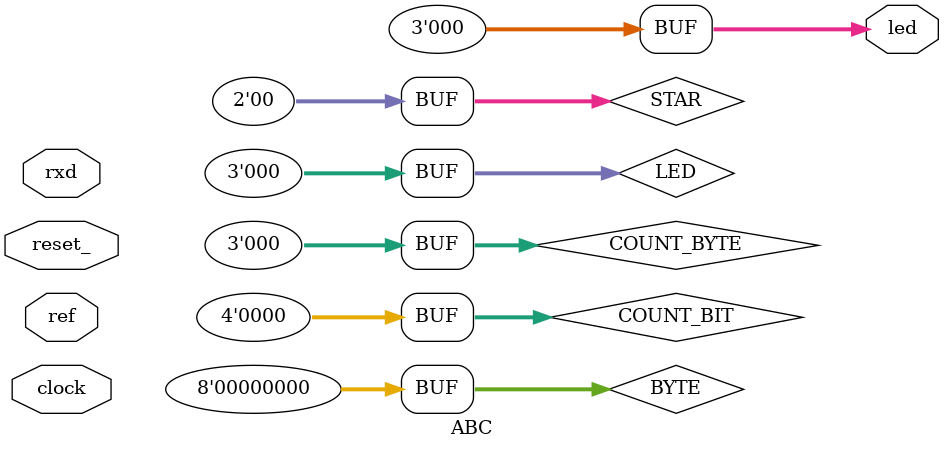
<source format=v>
module ABC(
    led, rxd, ref, clock, reset_
);
    input clock, reset_;
    input rxd;
    input [4:0] ref;
    output [2:0] led;
    
    reg [7:0] BYTE;       
    reg [3:0] COUNT_BIT;   // Conta il tempo per cui rxd e' a 0
    reg [2:0] COUNT_BYTE;  // Conta i bit ricevuti
    reg [2:0] LED;
    
    assign led=LED;

    reg [1:0] STAR;
    parameter S0=0, S1=1, S2=2, S3=3;
    
    parameter mark = 1, space = 0;

    always @( reset_==0) #3 
        begin 
            STAR <= S0;
            LED <= 3'B000;
            COUNT_BIT <= 0; 
            COUNT_BYTE <= 0;
            BYTE <= 0;
        end

    always @(posedge clock) if (reset_==1) #3
        casex(STAR)
            S0: begin 
                STAR <= (rxd == mark) ? S0 : S1; 
            end
            S1: begin 
                COUNT_BIT <= COUNT_BIT+1; 
                STAR <= (rxd == space) ? S1 : S2;
            end
            S2: begin 
                BYTE <= {~COUNT_BIT[3], BYTE[7:1]}; // COUNT_BIT > 7 implica COUNT_BIT[3] == 1
                COUNT_BIT <= 0; 
                COUNT_BYTE <= COUNT_BYTE + 1; 
                STAR <= ( COUNT_BYTE == 7) ? S3 : S0;
            end
            S3: begin 
                LED <= (BYTE[7:3] == ref) ? BYTE[2:0] : LED;
                COUNT_BIT <= 0; 
                COUNT_BYTE <= 0;
                BYTE <= 0;
                STAR <= S0;
            end
        endcase

endmodule

</source>
